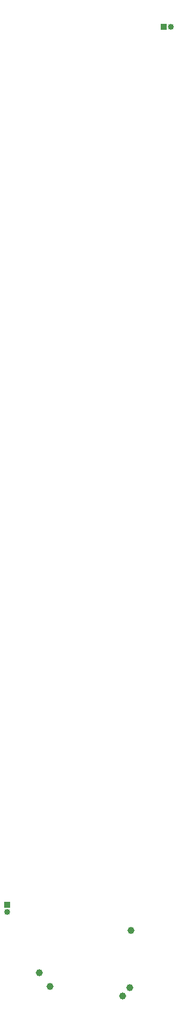
<source format=gbr>
%TF.GenerationSoftware,KiCad,Pcbnew,(5.1.9-0-10_14)*%
%TF.CreationDate,2021-11-23T16:28:05+01:00*%
%TF.ProjectId,leo_headphones,6c656f5f-6865-4616-9470-686f6e65732e,rev?*%
%TF.SameCoordinates,Original*%
%TF.FileFunction,Copper,L2,Bot*%
%TF.FilePolarity,Positive*%
%FSLAX46Y46*%
G04 Gerber Fmt 4.6, Leading zero omitted, Abs format (unit mm)*
G04 Created by KiCad (PCBNEW (5.1.9-0-10_14)) date 2021-11-23 16:28:05*
%MOMM*%
%LPD*%
G01*
G04 APERTURE LIST*
%TA.AperFunction,ComponentPad*%
%ADD10C,1.000000*%
%TD*%
%TA.AperFunction,ComponentPad*%
%ADD11O,0.850000X0.850000*%
%TD*%
%TA.AperFunction,ComponentPad*%
%ADD12R,0.850000X0.850000*%
%TD*%
G04 APERTURE END LIST*
D10*
%TO.P,U1,1*%
%TO.N,Net-(TP1-Pad1)*%
X160434151Y-111238920D03*
%TO.P,U1,2*%
%TO.N,Net-(J2-Pad1)*%
X160284151Y-119388920D03*
%TO.P,U1,3*%
%TO.N,Net-(J2-Pad2)*%
X159284151Y-120588920D03*
%TO.P,U1,5*%
%TO.N,Net-(J1-Pad1)*%
X147384151Y-117238920D03*
%TO.P,U1,4*%
%TO.N,Net-(J1-Pad2)*%
X148934151Y-119238920D03*
%TD*%
D11*
%TO.P,J2,2*%
%TO.N,Net-(J2-Pad2)*%
X166100000Y17053560D03*
D12*
%TO.P,J2,1*%
%TO.N,Net-(J2-Pad1)*%
X165100000Y17053560D03*
%TD*%
D11*
%TO.P,J1,2*%
%TO.N,Net-(J1-Pad2)*%
X142844520Y-108595160D03*
D12*
%TO.P,J1,1*%
%TO.N,Net-(J1-Pad1)*%
X142844520Y-107595160D03*
%TD*%
M02*

</source>
